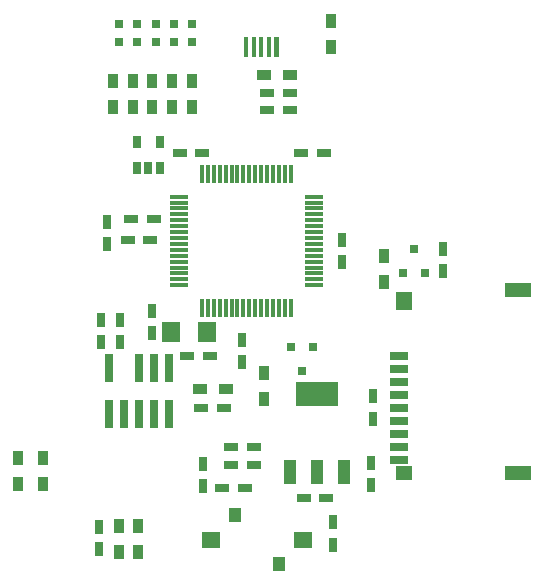
<source format=gbr>
G04 #@! TF.FileFunction,Paste,Top*
%FSLAX46Y46*%
G04 Gerber Fmt 4.6, Leading zero omitted, Abs format (unit mm)*
G04 Created by KiCad (PCBNEW 4.1.0-alpha+201609050731+7118~50~ubuntu16.04.1-product) date Thu Sep  8 22:32:45 2016*
%MOMM*%
%LPD*%
G01*
G04 APERTURE LIST*
%ADD10C,0.100000*%
%ADD11R,0.750000X1.200000*%
%ADD12R,0.300000X1.500000*%
%ADD13R,1.500000X0.300000*%
%ADD14R,0.650000X1.060000*%
%ADD15R,1.200000X0.750000*%
%ADD16R,0.900000X1.200000*%
%ADD17R,1.500000X1.400000*%
%ADD18R,1.000000X1.150000*%
%ADD19R,0.797560X0.797560*%
%ADD20R,1.200000X0.900000*%
%ADD21R,0.800100X0.800100*%
%ADD22R,3.657600X2.032000*%
%ADD23R,1.016000X2.032000*%
%ADD24R,0.740000X2.400000*%
%ADD25R,1.500000X1.800000*%
%ADD26R,0.400000X1.700000*%
%ADD27R,1.600000X0.700000*%
%ADD28R,2.200000X1.200000*%
%ADD29R,1.400000X1.200000*%
%ADD30R,1.400000X1.600000*%
G04 APERTURE END LIST*
D10*
D11*
X128828800Y-82702400D03*
X128828800Y-84602400D03*
D12*
X136839000Y-90028000D03*
X137339000Y-90028000D03*
X137839000Y-90028000D03*
X138339000Y-90028000D03*
X138839000Y-90028000D03*
X139339000Y-90028000D03*
X139839000Y-90028000D03*
X140339000Y-90028000D03*
X140839000Y-90028000D03*
X141339000Y-90028000D03*
X141839000Y-90028000D03*
X142339000Y-90028000D03*
X142839000Y-90028000D03*
X143339000Y-90028000D03*
X143839000Y-90028000D03*
X144339000Y-90028000D03*
D13*
X146289000Y-88078000D03*
X146289000Y-87578000D03*
X146289000Y-87078000D03*
X146289000Y-86578000D03*
X146289000Y-86078000D03*
X146289000Y-85578000D03*
X146289000Y-85078000D03*
X146289000Y-84578000D03*
X146289000Y-84078000D03*
X146289000Y-83578000D03*
X146289000Y-83078000D03*
X146289000Y-82578000D03*
X146289000Y-82078000D03*
X146289000Y-81578000D03*
X146289000Y-81078000D03*
X146289000Y-80578000D03*
D12*
X144339000Y-78628000D03*
X143839000Y-78628000D03*
X143339000Y-78628000D03*
X142839000Y-78628000D03*
X142339000Y-78628000D03*
X141839000Y-78628000D03*
X141339000Y-78628000D03*
X140839000Y-78628000D03*
X140339000Y-78628000D03*
X139839000Y-78628000D03*
X139339000Y-78628000D03*
X138839000Y-78628000D03*
X138339000Y-78628000D03*
X137839000Y-78628000D03*
X137339000Y-78628000D03*
X136839000Y-78628000D03*
D13*
X134889000Y-80578000D03*
X134889000Y-81078000D03*
X134889000Y-81578000D03*
X134889000Y-82078000D03*
X134889000Y-82578000D03*
X134889000Y-83078000D03*
X134889000Y-83578000D03*
X134889000Y-84078000D03*
X134889000Y-84578000D03*
X134889000Y-85078000D03*
X134889000Y-85578000D03*
X134889000Y-86078000D03*
X134889000Y-86578000D03*
X134889000Y-87078000D03*
X134889000Y-87578000D03*
X134889000Y-88078000D03*
D14*
X131348400Y-78120600D03*
X132298400Y-78120600D03*
X133248400Y-78120600D03*
X133248400Y-75920600D03*
X131348400Y-75920600D03*
D15*
X142372000Y-73279000D03*
X144272000Y-73279000D03*
D16*
X121285000Y-102727400D03*
X121285000Y-104927400D03*
X123367800Y-102727400D03*
X123367800Y-104927400D03*
D17*
X145391800Y-109626400D03*
X137591800Y-109626400D03*
D18*
X143341800Y-111701400D03*
X139641800Y-107551400D03*
D19*
X131356100Y-67462400D03*
X131356100Y-65963800D03*
X136004300Y-67449700D03*
X136004300Y-65951100D03*
D16*
X130987800Y-70748800D03*
X130987800Y-72948800D03*
D20*
X138844200Y-96860360D03*
X136644200Y-96860360D03*
D15*
X147375960Y-106080560D03*
X145475960Y-106080560D03*
D21*
X153837600Y-87005160D03*
X155737600Y-87005160D03*
X154787600Y-85006180D03*
D22*
X146608800Y-97282000D03*
D23*
X146608800Y-103886000D03*
X148894800Y-103886000D03*
X144322800Y-103886000D03*
D11*
X128320800Y-92882800D03*
X128320800Y-90982800D03*
D19*
X129832100Y-67449700D03*
X129832100Y-65951100D03*
D11*
X157251400Y-86903600D03*
X157251400Y-85003600D03*
D15*
X132461000Y-84239100D03*
X130561000Y-84239100D03*
X136855200Y-76911200D03*
X134955200Y-76911200D03*
D11*
X148717000Y-86106000D03*
X148717000Y-84206000D03*
X140233400Y-92684600D03*
X140233400Y-94584600D03*
X147929600Y-110032800D03*
X147929600Y-108132800D03*
X136906000Y-105090000D03*
X136906000Y-103190000D03*
X151282400Y-99385200D03*
X151282400Y-97485200D03*
X151180800Y-104988400D03*
X151180800Y-103088400D03*
D15*
X144267000Y-71818500D03*
X142367000Y-71818500D03*
X141203720Y-101762560D03*
X139303720Y-101762560D03*
D20*
X144292500Y-70294500D03*
X142092500Y-70294500D03*
D16*
X152247600Y-87790200D03*
X152247600Y-85590200D03*
X129336800Y-70748800D03*
X129336800Y-72948800D03*
D15*
X130850600Y-82473800D03*
X132750600Y-82473800D03*
X141203720Y-103306880D03*
X139303720Y-103306880D03*
D11*
X132638800Y-92136000D03*
X132638800Y-90236000D03*
D15*
X135600400Y-94107000D03*
X137500400Y-94107000D03*
X138678960Y-98430080D03*
X136778960Y-98430080D03*
D19*
X132905500Y-67449700D03*
X132905500Y-65951100D03*
D16*
X132638800Y-70748800D03*
X132638800Y-72948800D03*
D15*
X145252400Y-76911200D03*
X147152400Y-76911200D03*
D11*
X128143000Y-108524000D03*
X128143000Y-110424000D03*
D16*
X129794000Y-110701000D03*
X129794000Y-108501000D03*
X131445000Y-108501000D03*
X131445000Y-110701000D03*
D19*
X134454900Y-67449700D03*
X134454900Y-65951100D03*
D16*
X134289800Y-70748800D03*
X134289800Y-72948800D03*
X147726400Y-67902000D03*
X147726400Y-65702000D03*
D24*
X134086600Y-95072200D03*
X134086600Y-98972200D03*
X132816600Y-95072200D03*
X132816600Y-98972200D03*
X131546600Y-95072200D03*
X131546600Y-98972200D03*
X130276600Y-98972200D03*
X129006600Y-95072200D03*
X129006600Y-98972200D03*
D25*
X137223500Y-92062300D03*
X134223500Y-92062300D03*
D26*
X141852600Y-67895400D03*
X141202600Y-67895400D03*
X142502600Y-67895400D03*
D10*
G36*
X143352600Y-67045400D02*
X143352600Y-68745400D01*
X142952600Y-68745400D01*
X142952600Y-67045400D01*
X143352600Y-67045400D01*
X143352600Y-67045400D01*
G37*
D26*
X140552600Y-67895400D03*
D21*
X146238000Y-93301820D03*
X144338000Y-93301820D03*
X145288000Y-95300800D03*
D16*
X135991600Y-70748800D03*
X135991600Y-72948800D03*
D27*
X153482400Y-94066000D03*
X153482400Y-95166000D03*
X153482400Y-96266000D03*
X153482400Y-97366000D03*
X153482400Y-98466000D03*
X153482400Y-99566000D03*
X153482400Y-100666000D03*
X153482400Y-101766000D03*
X153482400Y-102866000D03*
D28*
X163582400Y-88516000D03*
D29*
X153982400Y-104016000D03*
D30*
X153982400Y-89416000D03*
D28*
X163582400Y-104016000D03*
D15*
X138572200Y-105232200D03*
X140472200Y-105232200D03*
D11*
X129895600Y-92885300D03*
X129895600Y-90985300D03*
D16*
X142113000Y-95539200D03*
X142113000Y-97739200D03*
M02*

</source>
